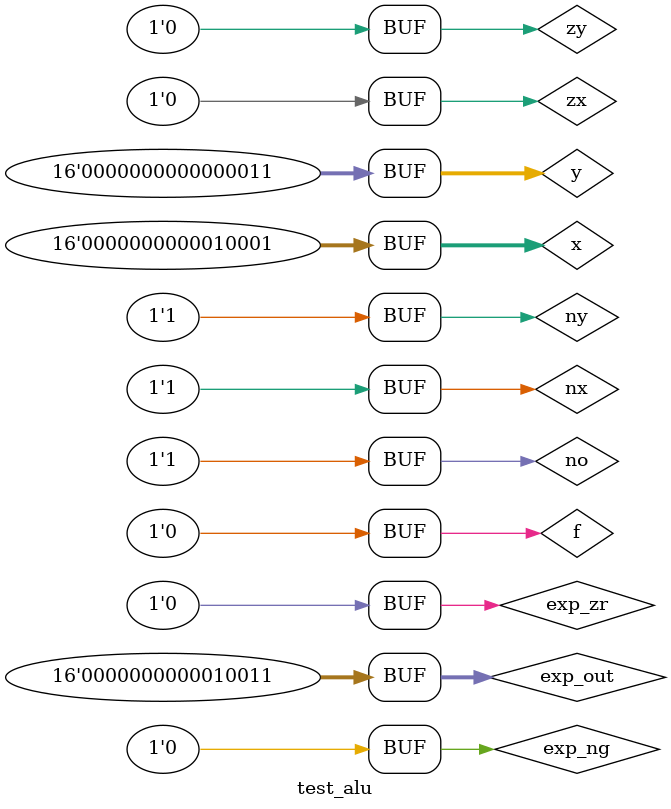
<source format=v>
module test_alu();
    reg         zx, zy, nx, ny, f, no;
    reg [15:0]  x;
    reg [15:0]  y;
    reg [15:0]  exp_out;

    reg         exp_zr, exp_ng;

    wire [15:0] out;
    wire        zr, ng;

    alu u1(out, zr, ng, x, y, zx, zy, nx, ny, f, no);

    initial
        begin
            x = 16'b0000000000000000;
            y = 16'b1111111111111111;
            zx = 1;
            nx = 0;
            zy = 1;
            ny = 0;
            f = 1;
            no = 0;
            exp_out = 16'b0000000000000000;
            exp_zr = 16'b1;
            exp_ng = 16'b0;

            #1
                x = 16'b0000000000000000;
            y = 16'b1111111111111111;
            zx = 1;
            nx = 1;
            zy = 1;
            ny = 1;
            f = 1;
            no = 1;
            exp_out = 16'b0000000000000001;
            exp_zr = 16'b0;
            exp_ng = 16'b0;

            #1
                x = 16'b0000000000000000;
            y = 16'b1111111111111111;
            zx = 1;
            nx = 1;
            zy = 1;
            ny = 0;
            f = 1;
            no = 0;
            exp_out = 16'b1111111111111111;
            exp_zr = 16'b0;
            exp_ng = 16'b1;

            #1
                x = 16'b0000000000000000;
            y = 16'b1111111111111111;
            zx = 0;
            nx = 0;
            zy = 1;
            ny = 1;
            f = 0;
            no = 0;
            exp_out = 16'b0000000000000000;
            exp_zr = 16'b1;
            exp_ng = 16'b0;

            #1
                x = 16'b0000000000000000;
            y = 16'b1111111111111111;
            zx = 1;
            nx = 1;
            zy = 0;
            ny = 0;
            f = 0;
            no = 0;
            exp_out = 16'b1111111111111111;
            exp_zr = 16'b0;
            exp_ng = 16'b1;

            #1
                x = 16'b0000000000000000;
            y = 16'b1111111111111111;
            zx = 0;
            nx = 0;
            zy = 1;
            ny = 1;
            f = 0;
            no = 1;
            exp_out = 16'b1111111111111111;
            exp_zr = 16'b0;
            exp_ng = 16'b1;

            #1
                x = 16'b0000000000000000;
            y = 16'b1111111111111111;
            zx = 1;
            nx = 1;
            zy = 0;
            ny = 0;
            f = 0;
            no = 1;
            exp_out = 16'b0000000000000000;
            exp_zr = 16'b1;
            exp_ng = 16'b0;

            #1
                x = 16'b0000000000000000;
            y = 16'b1111111111111111;
            zx = 0;
            nx = 0;
            zy = 1;
            ny = 1;
            f = 1;
            no = 1;
            exp_out = 16'b0000000000000000;
            exp_zr = 16'b1;
            exp_ng = 16'b0;

            #1
                x = 16'b0000000000000000;
            y = 16'b1111111111111111;
            zx = 1;
            nx = 1;
            zy = 0;
            ny = 0;
            f = 1;
            no = 1;
            exp_out = 16'b0000000000000001;
            exp_zr = 16'b0;
            exp_ng = 16'b0;

            #1
                x = 16'b0000000000000000;
            y = 16'b1111111111111111;
            zx = 0;
            nx = 1;
            zy = 1;
            ny = 1;
            f = 1;
            no = 1;
            exp_out = 16'b0000000000000001;
            exp_zr = 16'b0;
            exp_ng = 16'b0;

            #1
                x = 16'b0000000000000000;
            y = 16'b1111111111111111;
            zx = 1;
            nx = 1;
            zy = 0;
            ny = 1;
            f = 1;
            no = 1;
            exp_out = 16'b0000000000000000;
            exp_zr = 16'b1;
            exp_ng = 16'b0;

            #1
                x = 16'b0000000000000000;
            y = 16'b1111111111111111;
            zx = 0;
            nx = 0;
            zy = 1;
            ny = 1;
            f = 1;
            no = 0;
            exp_out = 16'b1111111111111111;
            exp_zr = 16'b0;
            exp_ng = 16'b1;

            #1
                x = 16'b0000000000000000;
            y = 16'b1111111111111111;
            zx = 1;
            nx = 1;
            zy = 0;
            ny = 0;
            f = 1;
            no = 0;
            exp_out = 16'b1111111111111110;
            exp_zr = 16'b0;
            exp_ng = 16'b1;

            #1
                x = 16'b0000000000000000;
            y = 16'b1111111111111111;
            zx = 0;
            nx = 0;
            zy = 0;
            ny = 0;
            f = 1;
            no = 0;
            exp_out = 16'b1111111111111111;
            exp_zr = 16'b0;
            exp_ng = 16'b1;

            #1
                x = 16'b0000000000000000;
            y = 16'b1111111111111111;
            zx = 0;
            nx = 1;
            zy = 0;
            ny = 0;
            f = 1;
            no = 1;
            exp_out = 16'b0000000000000001;
            exp_zr = 16'b0;
            exp_ng = 16'b0;

            #1
                x = 16'b0000000000000000;
            y = 16'b1111111111111111;
            zx = 0;
            nx = 0;
            zy = 0;
            ny = 1;
            f = 1;
            no = 1;
            exp_out = 16'b1111111111111111;
            exp_zr = 16'b0;
            exp_ng = 16'b1;

            #1
                x = 16'b0000000000000000;
            y = 16'b1111111111111111;
            zx = 0;
            nx = 0;
            zy = 0;
            ny = 0;
            f = 0;
            no = 0;
            exp_out = 16'b0000000000000000;
            exp_zr = 16'b1;
            exp_ng = 16'b0;

            #1
                x = 16'b0000000000000000;
            y = 16'b1111111111111111;
            zx = 0;
            nx = 1;
            zy = 0;
            ny = 1;
            f = 0;
            no = 1;
            exp_out = 16'b1111111111111111;
            exp_zr = 16'b0;
            exp_ng = 16'b1;

            #1
                x = 16'b0000000000010001;
            y = 16'b0000000000000011;
            zx = 1;
            nx = 0;
            zy = 1;
            ny = 0;
            f = 1;
            no = 0;
            exp_out = 16'b0000000000000000;
            exp_zr = 16'b1;
            exp_ng = 16'b0;

            #1
                x = 16'b0000000000010001;
            y = 16'b0000000000000011;
            zx = 1;
            nx = 1;
            zy = 1;
            ny = 1;
            f = 1;
            no = 1;
            exp_out = 16'b0000000000000001;
            exp_zr = 16'b0;
            exp_ng = 16'b0;

            #1
                x = 16'b0000000000010001;
            y = 16'b0000000000000011;
            zx = 1;
            nx = 1;
            zy = 1;
            ny = 0;
            f = 1;
            no = 0;
            exp_out = 16'b1111111111111111;
            exp_zr = 16'b0;
            exp_ng = 16'b1;

            #1
                x = 16'b0000000000010001;
            y = 16'b0000000000000011;
            zx = 0;
            nx = 0;
            zy = 1;
            ny = 1;
            f = 0;
            no = 0;
            exp_out = 16'b0000000000010001;
            exp_zr = 16'b0;
            exp_ng = 16'b0;

            #1
                x = 16'b0000000000010001;
            y = 16'b0000000000000011;
            zx = 1;
            nx = 1;
            zy = 0;
            ny = 0;
            f = 0;
            no = 0;
            exp_out = 16'b0000000000000011;
            exp_zr = 16'b0;
            exp_ng = 16'b0;

            #1
                x = 16'b0000000000010001;
            y = 16'b0000000000000011;
            zx = 0;
            nx = 0;
            zy = 1;
            ny = 1;
            f = 0;
            no = 1;
            exp_out = 16'b1111111111101110;
            exp_zr = 16'b0;
            exp_ng = 16'b1;

            #1
                x = 16'b0000000000010001;
            y = 16'b0000000000000011;
            zx = 1;
            nx = 1;
            zy = 0;
            ny = 0;
            f = 0;
            no = 1;
            exp_out = 16'b1111111111111100;
            exp_zr = 16'b0;
            exp_ng = 16'b1;

            #1
                x = 16'b0000000000010001;
            y = 16'b0000000000000011;
            zx = 0;
            nx = 0;
            zy = 1;
            ny = 1;
            f = 1;
            no = 1;
            exp_out = 16'b1111111111101111;
            exp_zr = 16'b0;
            exp_ng = 16'b1;

            #1
                x = 16'b0000000000010001;
            y = 16'b0000000000000011;
            zx = 1;
            nx = 1;
            zy = 0;
            ny = 0;
            f = 1;
            no = 1;
            exp_out = 16'b1111111111111101;
            exp_zr = 16'b0;
            exp_ng = 16'b1;

            #1
                x = 16'b0000000000010001;
            y = 16'b0000000000000011;
            zx = 0;
            nx = 1;
            zy = 1;
            ny = 1;
            f = 1;
            no = 1;
            exp_out = 16'b0000000000010010;
            exp_zr = 16'b0;
            exp_ng = 16'b0;

            #1
                x = 16'b0000000000010001;
            y = 16'b0000000000000011;
            zx = 1;
            nx = 1;
            zy = 0;
            ny = 1;
            f = 1;
            no = 1;
            exp_out = 16'b0000000000000100;
            exp_zr = 16'b0;
            exp_ng = 16'b0;

            #1
                x = 16'b0000000000010001;
            y = 16'b0000000000000011;
            zx = 0;
            nx = 0;
            zy = 1;
            ny = 1;
            f = 1;
            no = 0;
            exp_out = 16'b0000000000010000;
            exp_zr = 16'b0;
            exp_ng = 16'b0;

            #1
                x = 16'b0000000000010001;
            y = 16'b0000000000000011;
            zx = 1;
            nx = 1;
            zy = 0;
            ny = 0;
            f = 1;
            no = 0;
            exp_out = 16'b0000000000000010;
            exp_zr = 16'b0;
            exp_ng = 16'b0;

            #1
                x = 16'b0000000000010001;
            y = 16'b0000000000000011;
            zx = 0;
            nx = 0;
            zy = 0;
            ny = 0;
            f = 1;
            no = 0;
            exp_out = 16'b0000000000010100;
            exp_zr = 16'b0;
            exp_ng = 16'b0;

            #1
                x = 16'b0000000000010001;
            y = 16'b0000000000000011;
            zx = 0;
            nx = 1;
            zy = 0;
            ny = 0;
            f = 1;
            no = 1;
            exp_out = 16'b0000000000001110;
            exp_zr = 16'b0;
            exp_ng = 16'b0;

            #1
                x = 16'b0000000000010001;
            y = 16'b0000000000000011;
            zx = 0;
            nx = 0;
            zy = 0;
            ny = 1;
            f = 1;
            no = 1;
            exp_out = 16'b1111111111110010;
            exp_zr = 16'b0;
            exp_ng = 16'b1;

            #1
                x = 16'b0000000000010001;
            y = 16'b0000000000000011;
            zx = 0;
            nx = 0;
            zy = 0;
            ny = 0;
            f = 0;
            no = 0;
            exp_out = 16'b0000000000000001;
            exp_zr = 16'b0;
            exp_ng = 16'b0;

            #1
                x = 16'b0000000000010001;
            y = 16'b0000000000000011;
            zx = 0;
            nx = 1;
            zy = 0;
            ny = 1;
            f = 0;
            no = 1;
            exp_out = 16'b0000000000010011;
            exp_zr = 16'b0;
            exp_ng = 16'b0;
        end

    initial
        $monitor("alu %d %b %b %b %b %b %b %b %b (%b %b) (%b %b) (%b %b)", $time, zx, zy, nx, ny, f, no, x, y, out, exp_out, zr, exp_zr, ng, exp_ng);

endmodule

</source>
